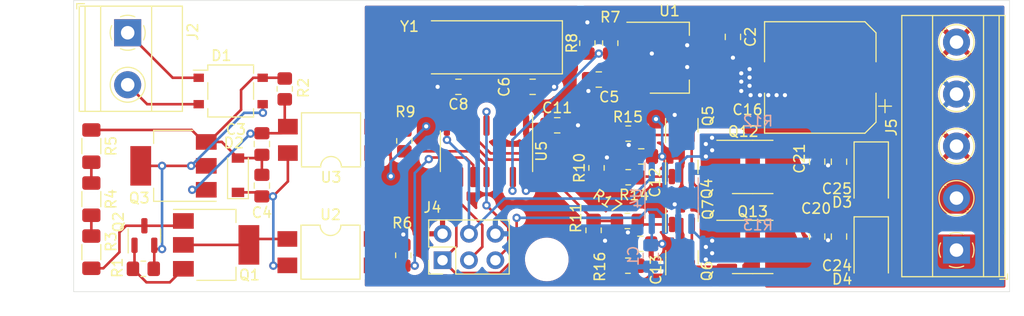
<source format=kicad_pcb>
(kicad_pcb (version 20211014) (generator pcbnew)

  (general
    (thickness 1.6)
  )

  (paper "A4")
  (layers
    (0 "F.Cu" signal)
    (31 "B.Cu" signal)
    (32 "B.Adhes" user "B.Adhesive")
    (33 "F.Adhes" user "F.Adhesive")
    (34 "B.Paste" user)
    (35 "F.Paste" user)
    (36 "B.SilkS" user "B.Silkscreen")
    (37 "F.SilkS" user "F.Silkscreen")
    (38 "B.Mask" user)
    (39 "F.Mask" user)
    (40 "Dwgs.User" user "User.Drawings")
    (41 "Cmts.User" user "User.Comments")
    (42 "Eco1.User" user "User.Eco1")
    (43 "Eco2.User" user "User.Eco2")
    (44 "Edge.Cuts" user)
    (45 "Margin" user)
    (46 "B.CrtYd" user "B.Courtyard")
    (47 "F.CrtYd" user "F.Courtyard")
    (48 "B.Fab" user)
    (49 "F.Fab" user)
  )

  (setup
    (stackup
      (layer "F.SilkS" (type "Top Silk Screen"))
      (layer "F.Paste" (type "Top Solder Paste"))
      (layer "F.Mask" (type "Top Solder Mask") (thickness 0.01))
      (layer "F.Cu" (type "copper") (thickness 0.035))
      (layer "dielectric 1" (type "core") (thickness 1.51) (material "FR4") (epsilon_r 4.5) (loss_tangent 0.02))
      (layer "B.Cu" (type "copper") (thickness 0.035))
      (layer "B.Mask" (type "Bottom Solder Mask") (thickness 0.01))
      (layer "B.Paste" (type "Bottom Solder Paste"))
      (layer "B.SilkS" (type "Bottom Silk Screen"))
      (copper_finish "None")
      (dielectric_constraints no)
    )
    (pad_to_mask_clearance 0)
    (pcbplotparams
      (layerselection 0x00010fc_ffffffff)
      (disableapertmacros false)
      (usegerberextensions false)
      (usegerberattributes true)
      (usegerberadvancedattributes true)
      (creategerberjobfile true)
      (svguseinch false)
      (svgprecision 6)
      (excludeedgelayer true)
      (plotframeref false)
      (viasonmask false)
      (mode 1)
      (useauxorigin false)
      (hpglpennumber 1)
      (hpglpenspeed 20)
      (hpglpendiameter 15.000000)
      (dxfpolygonmode true)
      (dxfimperialunits true)
      (dxfusepcbnewfont true)
      (psnegative false)
      (psa4output false)
      (plotreference true)
      (plotvalue true)
      (plotinvisibletext false)
      (sketchpadsonfab false)
      (subtractmaskfromsilk false)
      (outputformat 1)
      (mirror false)
      (drillshape 1)
      (scaleselection 1)
      (outputdirectory "")
    )
  )

  (net 0 "")
  (net 1 "GND")
  (net 2 "+24V")
  (net 3 "+5V")
  (net 4 "/~{RESET}")
  (net 5 "Net-(Q2-Pad3)")
  (net 6 "Net-(D1-Pad1)")
  (net 7 "Net-(Q2-Pad1)")
  (net 8 "Net-(Q12-Pad4)")
  (net 9 "Net-(Q13-Pad4)")
  (net 10 "Net-(C4-Pad1)")
  (net 11 "/RXD")
  (net 12 "Net-(R9-Pad2)")
  (net 13 "Net-(C3-Pad1)")
  (net 14 "/LED_A")
  (net 15 "/LED_B")
  (net 16 "/VIN_SENSE")
  (net 17 "/TXD")
  (net 18 "Net-(D1-Pad2)")
  (net 19 "-VSW")
  (net 20 "+VSW")
  (net 21 "Net-(Q4-Pad1)")
  (net 22 "Net-(Q5-Pad1)")
  (net 23 "Net-(Q6-Pad1)")
  (net 24 "Net-(Q7-Pad1)")
  (net 25 "Net-(R3-Pad2)")
  (net 26 "Net-(R4-Pad2)")
  (net 27 "Net-(Q3-Pad2)")
  (net 28 "/RAIL_B")
  (net 29 "/RAIL_A")
  (net 30 "Net-(C8-Pad1)")
  (net 31 "Net-(C6-Pad1)")
  (net 32 "/SCK")
  (net 33 "/DALI_SENSE")
  (net 34 "/IOUT_B_MISO")
  (net 35 "/IOUT_A_MOSI")
  (net 36 "Net-(Q12-Pad1)")
  (net 37 "Net-(Q13-Pad1)")

  (footprint "Capacitor_SMD:C_0805_2012Metric_Pad1.18x1.45mm_HandSolder" (layer "F.Cu") (at 178.4 77 -90))

  (footprint "Capacitor_SMD:C_0805_2012Metric_Pad1.18x1.45mm_HandSolder" (layer "F.Cu") (at 165.5 81.1 180))

  (footprint "Package_SO:SOIC-8_3.9x4.9mm_P1.27mm" (layer "F.Cu") (at 180.3 89.505))

  (footprint "Package_SO:SOIC-8_3.9x4.9mm_P1.27mm" (layer "F.Cu") (at 180.3 97.2))

  (footprint "Package_TO_SOT_SMD:SOT-223-3_TabPin2" (layer "F.Cu") (at 172.3 79))

  (footprint "Capacitor_SMD:C_0805_2012Metric_Pad1.18x1.45mm_HandSolder" (layer "F.Cu") (at 133.1 87.3 -90))

  (footprint "Capacitor_SMD:C_0805_2012Metric_Pad1.18x1.45mm_HandSolder" (layer "F.Cu") (at 133.1 91.3 90))

  (footprint "Capacitor_SMD:C_0805_2012Metric_Pad1.18x1.45mm_HandSolder" (layer "F.Cu") (at 169.58125 88.495))

  (footprint "Package_TO_SOT_SMD:SOT-23" (layer "F.Cu") (at 173.48125 89.495 90))

  (footprint "Package_TO_SOT_SMD:SOT-23" (layer "F.Cu") (at 173.48125 85.495 90))

  (footprint "Package_TO_SOT_SMD:SOT-23" (layer "F.Cu") (at 173.5 94.1 90))

  (footprint "Resistor_SMD:R_0805_2012Metric_Pad1.20x1.40mm_HandSolder" (layer "F.Cu") (at 121.7 99.3))

  (footprint "Resistor_SMD:R_0805_2012Metric_Pad1.20x1.40mm_HandSolder" (layer "F.Cu") (at 135.3 82 90))

  (footprint "Resistor_SMD:R_1206_3216Metric_Pad1.30x1.75mm_HandSolder" (layer "F.Cu") (at 116.7 97.7 90))

  (footprint "Resistor_SMD:R_1206_3216Metric_Pad1.30x1.75mm_HandSolder" (layer "F.Cu") (at 116.7 92.6 90))

  (footprint "Resistor_SMD:R_1206_3216Metric_Pad1.30x1.75mm_HandSolder" (layer "F.Cu") (at 116.7 87.5 90))

  (footprint "Resistor_SMD:R_0805_2012Metric_Pad1.20x1.40mm_HandSolder" (layer "F.Cu") (at 146.7 98 90))

  (footprint "Resistor_SMD:R_0805_2012Metric_Pad1.20x1.40mm_HandSolder" (layer "F.Cu") (at 146.8 87 90))

  (footprint "Resistor_SMD:R_0805_2012Metric_Pad1.20x1.40mm_HandSolder" (layer "F.Cu") (at 165.28125 89.595 90))

  (footprint "Resistor_SMD:R_0805_2012Metric_Pad1.20x1.40mm_HandSolder" (layer "F.Cu") (at 165 95.6 -90))

  (footprint "Resistor_SMD:R_0805_2012Metric_Pad1.20x1.40mm_HandSolder" (layer "F.Cu") (at 168.33125 90.495 180))

  (footprint "Resistor_SMD:R_0805_2012Metric_Pad1.20x1.40mm_HandSolder" (layer "F.Cu") (at 168.33125 86.295 180))

  (footprint "Resistor_SMD:R_0805_2012Metric_Pad1.20x1.40mm_HandSolder" (layer "F.Cu") (at 168.3 99 180))

  (footprint "Resistor_SMD:R_0805_2012Metric_Pad1.20x1.40mm_HandSolder" (layer "F.Cu") (at 168.25 94.7 180))

  (footprint "Capacitor_SMD:CP_Elec_10x10.5" (layer "F.Cu") (at 186.8 80.9 180))

  (footprint "Diode_SMD:D_SOD-123" (layer "F.Cu") (at 130.8 90.3 90))

  (footprint "Package_TO_SOT_SMD:SOT-223-3_TabPin2" (layer "F.Cu") (at 124.6 89.4 180))

  (footprint "Package_TO_SOT_SMD:SOT-223-3_TabPin2" (layer "F.Cu") (at 128.7 97))

  (footprint "TerminalBlock_Phoenix:TerminalBlock_Phoenix_MKDS-1,5-2_1x02_P5.00mm_Horizontal" (layer "F.Cu") (at 120.195 76.6 -90))

  (footprint "Package_TO_SOT_SMD:TO-269AA" (layer "F.Cu") (at 130.1 82.2))

  (footprint "Package_TO_SOT_SMD:SOT-23" (layer "F.Cu") (at 121.8 96.1 90))

  (footprint "onitake:SMDIP-4_W8.3mm_Clearance6.4mm" (layer "F.Cu") (at 139.7 97.7))

  (footprint "onitake:SMDIP-4_W8.3mm_Clearance6.4mm" (layer "F.Cu") (at 139.75 86.9 180))

  (footprint "MountingHole:MountingHole_3.2mm_M3_ISO14580" (layer "F.Cu") (at 133.4 76.5))

  (footprint "MountingHole:MountingHole_3.2mm_M3_ISO14580" (layer "F.Cu") (at 160.5 98.4))

  (footprint "TerminalBlock_Phoenix:TerminalBlock_Phoenix_MKDS-1,5-5_1x05_P5.00mm_Horizontal" (layer "F.Cu") (at 199.9 97.5 90))

  (footprint "Connector_PinHeader_2.54mm:PinHeader_2x03_P2.54mm_Vertical" (layer "F.Cu") (at 150.475 98.475 90))

  (footprint "Package_SO:SOIC-14_3.9x8.7mm_P1.27mm" (layer "F.Cu") (at 154.7 88 -90))

  (footprint "Capacitor_SMD:C_0805_2012Metric_Pad1.18x1.45mm_HandSolder" (layer "F.Cu") (at 159.1375 81.8))

  (footprint "Capacitor_SMD:C_0805_2012Metric_Pad1.18x1.45mm_HandSolder" (layer "F.Cu") (at 152 81.8 180))

  (footprint "Capacitor_SMD:C_0805_2012Metric_Pad1.18x1.45mm_HandSolder" (layer "F.Cu") (at 161.5 85.5))

  (footprint "Crystal:Crystal_SMD_HC49-SD" (layer "F.Cu") (at 155.3 78 180))

  (footprint "Resistor_SMD:R_0805_2012Metric_Pad1.20x1.40mm_HandSolder" (layer "F.Cu") (at 166.6 77.6 -90))

  (footprint "Resistor_SMD:R_0805_2012Metric_Pad1.20x1.40mm_HandSolder" (layer "F.Cu") (at 164.4 77.6 90))

  (footprint "Package_TO_SOT_SMD:SOT-23" (layer "F.Cu") (at 173.5 98.2 90))

  (footprint "Capacitor_SMD:C_0805_2012Metric_Pad1.18x1.45mm_HandSolder" (layer "F.Cu") (at 169.5 96.9))

  (footprint "Capacitor_SMD:C_0805_2012Metric_Pad1.18x1.45mm_HandSolder" (layer "F.Cu") (at 186.5 96.2 -90))

  (footprint "Capacitor_SMD:C_0805_2012Metric_Pad1.18x1.45mm_HandSolder" (layer "F.Cu") (at 186.5 89 -90))

  (footprint "Capacitor_SMD:C_0805_2012Metric_Pad1.18x1.45mm_HandSolder" (layer "F.Cu") (at 188.6 96.2 -90))

  (footprint "Capacitor_SMD:C_0805_2012Metric_Pad1.18x1.45mm_HandSolder" (layer "F.Cu") (at 188.6 89 -90))

  (footprint "Diode_SMD:D_SMA" (layer "F.Cu") (at 191.7 90.5 -90))

  (footprint "Diode_SMD:D_SMA" (layer "F.Cu") (at 191.7 97.7 -90))

  (footprint "onitake:SHUNT_1MILLIOHM" (layer "B.Cu") (at 180.8 97.5 -90))

  (footprint "onitake:SHUNT_1MILLIOHM" (layer "B.Cu") (at 180.8 87.5 -90))

  (footprint "Package_SO:SOIC-8_3.9x4.9mm_P1.27mm" (layer "B.Cu") (at 172.5 92.5 -90))

  (footprint "Capacitor_SMD:C_0805_2012Metric_Pad1.18x1.45mm_HandSolder" (layer "B.Cu") (at 170.5 98.0625 -90))

  (gr_line (start 115 101.5) (end 115 73.5) (layer "Edge.Cuts") (width 0.05) (tstamp 00000000-0000-0000-0000-000061e82a06))
  (gr_line (start 115 73.5) (end 205 73.5) (layer "Edge.Cuts") (width 0.05) (tstamp 4e7a230a-c1a4-4455-81ee-277835acf4a2))
  (gr_line (start 205 101.5) (end 115 101.5) (layer "Edge.Cuts") (width 0.05) (tstamp 5cc7655c-62f2-43d2-a7a5-eaa4635dada8))
  (gr_line (start 205 73.5) (end 205 101.5) (layer "E
... [297755 chars truncated]
</source>
